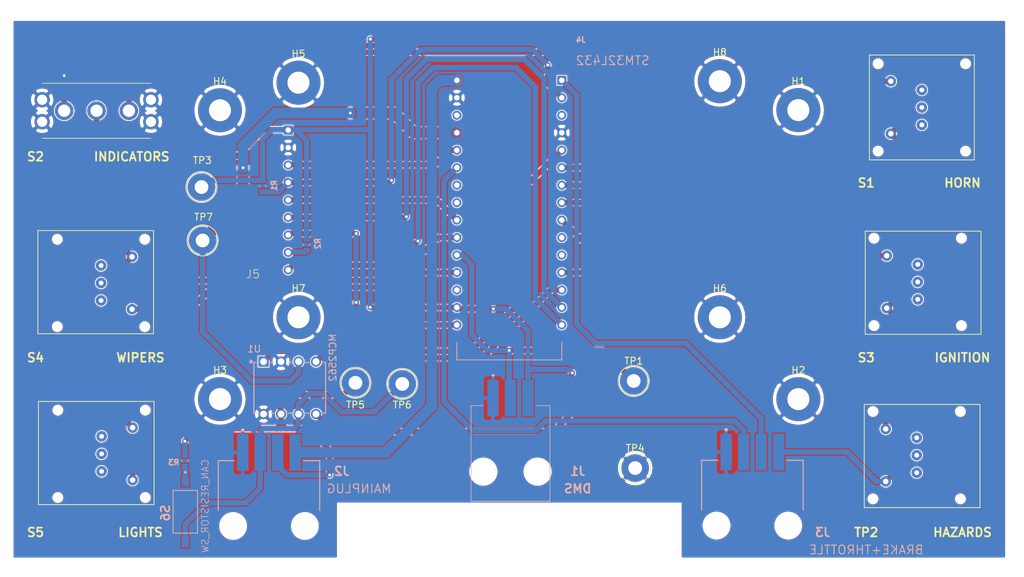
<source format=kicad_pcb>
(kicad_pcb (version 20171130) (host pcbnew "(5.1.9-0-10_14)")
  (layers (0 Top signal) (31 Bottom signal) (34 B.Paste user) (35 F.Paste user) (36 B.SilkS user) (37 F.SilkS user) (38 B.Mask user) (39 F.Mask user) (44 Edge.Cuts user))
  (net 0 "")
  (net 1 GND)
  (net 2 +3V3)
  (net 3 +12V)
  (net 4 CAN_H)
  (net 5 CAN_L)
  (net 6 RXD)
  (net 7 TXD)
  (net 8 DMS)
  (net 9 HAZARDS)
  (net 10 HORN)
  (net 11 IGNITION)
  (net 12 IND_RIGHT)
  (net 13 IND_LEFT)
  (net 14 LCD_MISO)
  (net 15 LCD_LED)
  (net 16 LCD_SCK)
  (net 17 LCD_MOSI)
  (net 18 LCD_RST)
  (net 19 LCD_CS)
  (net 20 LIGHTS)
  (net 21 WIPRERS)
  (net 22 +5V)
  (net 23 LCD_DC)
  (net 24 "Net-(J3-Pad3)")
  (net 25 "Net-(J3-Pad2)")
  (net 26 "Net-(J4-Pad28)")
  (net 27 "Net-(J4-Pad24)")
  (net 28 "Net-(J4-Pad23)")
  (net 29 "Net-(J4-Pad18)")
  (net 30 "Net-(J4-Pad11)")
  (net 31 "Net-(J4-Pad10)")
  (net 32 "Net-(J4-Pad3)")
  (net 33 "Net-(S1-PadL1)")
  (net 34 "Net-(S1-PadLC)")
  (net 35 "Net-(S1-PadL2)")
  (net 36 "Net-(S3-PadL1)")
  (net 37 "Net-(S3-PadLC)")
  (net 38 "Net-(S3-PadL2)")
  (net 39 "Net-(S4-PadL1)")
  (net 40 "Net-(S4-PadLC)")
  (net 41 "Net-(S4-PadL2)")
  (net 42 "Net-(S5-PadL1)")
  (net 43 "Net-(S5-PadLC)")
  (net 44 "Net-(S5-PadL2)")
  (net 45 "Net-(TP2-PadL1)")
  (net 46 "Net-(TP2-PadLC)")
  (net 47 "Net-(TP2-PadL2)")
  (net 48 "Net-(R3-Pad2)")
  (module schematic:STM32L432 (layer Bottom) (at 153.90114 70.17512 180)
    (fp_text reference J4 (at -11.19886 11.75512) (layer B.SilkS) (effects (font (size 0.8 0.8) (thickness 0.2)) (justify left bottom mirror)))
    (fp_text value STM32L432 (at -15.00886 9.21512) (layer B.SilkS) (effects (font (size 1.27 1.27)) (justify mirror)))
    (fp_line (start -7.62 -31.75) (end -7.62 -34.29) (layer B.SilkS) (width 0.12))
    (fp_line (start -7.62 -34.29) (end 7.62 -34.29) (layer B.SilkS) (width 0.12))
    (fp_line (start 7.62 -34.29) (end 7.62 -31.75) (layer B.SilkS) (width 0.12))
    (pad 30 thru_hole circle (at 7.62 6.35 180) (size 1.308 1.308) (drill 0.8) (layers *.Cu *.Mask) (net 3 +12V))
    (pad 29 thru_hole circle (at 7.62 3.81 180) (size 1.308 1.308) (drill 0.8) (layers *.Cu *.Mask) (net 1 GND))
    (pad 28 thru_hole circle (at 7.62 1.27 180) (size 1.308 1.308) (drill 0.8) (layers *.Cu *.Mask) (net 26 "Net-(J4-Pad28)"))
    (pad 27 thru_hole circle (at 7.62 -1.27 180) (size 1.308 1.308) (drill 0.8) (layers *.Cu *.Mask) (net 22 +5V))
    (pad 26 thru_hole circle (at 7.62 -3.81 180) (size 1.308 1.308) (drill 0.8) (layers *.Cu *.Mask) (net 19 LCD_CS))
    (pad 25 thru_hole circle (at 7.62 -6.35 180) (size 1.308 1.308) (drill 0.8) (layers *.Cu *.Mask) (net 25 "Net-(J3-Pad2)"))
    (pad 24 thru_hole circle (at 7.62 -8.89 180) (size 1.308 1.308) (drill 0.8) (layers *.Cu *.Mask) (net 27 "Net-(J4-Pad24)"))
    (pad 23 thru_hole circle (at 7.62 -11.43 180) (size 1.308 1.308) (drill 0.8) (layers *.Cu *.Mask) (net 28 "Net-(J4-Pad23)"))
    (pad 22 thru_hole circle (at 7.62 -13.97 180) (size 1.308 1.308) (drill 0.8) (layers *.Cu *.Mask) (net 23 LCD_DC))
    (pad 21 thru_hole circle (at 7.62 -16.51 180) (size 1.308 1.308) (drill 0.8) (layers *.Cu *.Mask) (net 21 WIPRERS))
    (pad 20 thru_hole circle (at 7.62 -19.05 180) (size 1.308 1.308) (drill 0.8) (layers *.Cu *.Mask) (net 8 DMS))
    (pad 19 thru_hole circle (at 7.62 -21.59 180) (size 1.308 1.308) (drill 0.8) (layers *.Cu *.Mask) (net 20 LIGHTS))
    (pad 18 thru_hole circle (at 7.62 -24.13 180) (size 1.308 1.308) (drill 0.8) (layers *.Cu *.Mask) (net 29 "Net-(J4-Pad18)"))
    (pad 17 thru_hole circle (at 7.62 -26.67 180) (size 1.308 1.308) (drill 0.8) (layers *.Cu *.Mask) (net 2 +3V3))
    (pad 16 thru_hole circle (at 7.62 -29.21 180) (size 1.308 1.308) (drill 0.8) (layers *.Cu *.Mask) (net 16 LCD_SCK))
    (pad 15 thru_hole circle (at -7.62 -29.21 180) (size 1.308 1.308) (drill 0.8) (layers *.Cu *.Mask) (net 14 LCD_MISO))
    (pad 14 thru_hole circle (at -7.62 -26.67 180) (size 1.308 1.308) (drill 0.8) (layers *.Cu *.Mask) (net 17 LCD_MOSI))
    (pad 13 thru_hole circle (at -7.62 -24.13 180) (size 1.308 1.308) (drill 0.8) (layers *.Cu *.Mask) (net 6 RXD))
    (pad 12 thru_hole circle (at -7.62 -21.59 180) (size 1.308 1.308) (drill 0.8) (layers *.Cu *.Mask) (net 9 HAZARDS))
    (pad 11 thru_hole circle (at -7.62 -19.05 180) (size 1.308 1.308) (drill 0.8) (layers *.Cu *.Mask) (net 30 "Net-(J4-Pad11)"))
    (pad 10 thru_hole circle (at -7.62 -16.51 180) (size 1.308 1.308) (drill 0.8) (layers *.Cu *.Mask) (net 31 "Net-(J4-Pad10)"))
    (pad 9 thru_hole circle (at -7.62 -13.97 180) (size 1.308 1.308) (drill 0.8) (layers *.Cu *.Mask) (net 11 IGNITION))
    (pad 8 thru_hole circle (at -7.62 -11.43 180) (size 1.308 1.308) (drill 0.8) (layers *.Cu *.Mask) (net 10 HORN))
    (pad 7 thru_hole circle (at -7.62 -8.89 180) (size 1.308 1.308) (drill 0.8) (layers *.Cu *.Mask) (net 13 IND_LEFT))
    (pad 6 thru_hole circle (at -7.62 -6.35 180) (size 1.308 1.308) (drill 0.8) (layers *.Cu *.Mask) (net 12 IND_RIGHT))
    (pad 5 thru_hole circle (at -7.62 -3.81 180) (size 1.308 1.308) (drill 0.8) (layers *.Cu *.Mask) (net 7 TXD))
    (pad 4 thru_hole circle (at -7.62 -1.27 180) (size 1.308 1.308) (drill 0.8) (layers *.Cu *.Mask) (net 1 GND))
    (pad 3 thru_hole circle (at -7.62 1.27 180) (size 1.308 1.308) (drill 0.8) (layers *.Cu *.Mask) (net 32 "Net-(J4-Pad3)"))
    (pad 2 thru_hole circle (at -7.62 3.81 180) (size 1.308 1.308) (drill 0.8) (layers *.Cu *.Mask) (net 18 LCD_RST))
    (pad 1 thru_hole rect (at -7.62 6.35 180) (size 1.308 1.308) (drill 0.8) (layers *.Cu *.Mask) (net 24 "Net-(J3-Pad3)"))
  )
  (module eec:Molex-15-91-2045-0-0-0 (layer Bottom) (at 189.201 126.048 180)
    (fp_text reference J3 (at -11.459 -3.492) (layer B.SilkS) (effects (font (size 1.27 1.27) (thickness 0.254)) (justify left mirror)))
    (fp_text value BRAKE+THROTTLE (at -16.539 -6.032) (layer B.SilkS) (effects (font (size 1.27 1.27)) (justify mirror)))
    (fp_circle (center 3.805 11.44) (end 3.93 11.44) (layer B.SilkS) (width 0.25))
    (fp_line (start -7.37 -0.245) (end -7.37 6.99) (layer B.SilkS) (width 0.15))
    (fp_line (start 7.37 -0.245) (end 7.37 6.99) (layer B.SilkS) (width 0.15))
    (fp_line (start 5.01 6.99) (end 7.37 6.99) (layer B.SilkS) (width 0.15))
    (fp_line (start -7.37 6.99) (end -5.01 6.99) (layer B.SilkS) (width 0.15))
    (pad ~ np_thru_hole circle (at -5.21 -2.5 180) (size 3.76 3.76) (drill 3.76) (layers *.Cu *.Mask))
    (pad ~ np_thru_hole circle (at 5.21 -2.5 180) (size 3.76 3.76) (drill 3.76) (layers *.Cu *.Mask))
    (pad 4 smd rect (at -3.81 8.19 180) (size 1.65 5.33) (layers Bottom B.Paste B.Mask) (net 2 +3V3))
    (pad 3 smd rect (at -1.27 8.19 180) (size 1.65 5.33) (layers Bottom B.Paste B.Mask) (net 24 "Net-(J3-Pad3)"))
    (pad 2 smd rect (at 1.27 8.19 180) (size 1.65 5.33) (layers Bottom B.Paste B.Mask) (net 25 "Net-(J3-Pad2)"))
    (pad 1 smd rect (at 3.81 8.19 180) (size 1.65 5.33) (layers Bottom B.Paste B.Mask) (net 1 GND))
  )
  (module eec:Molex-15-91-2045-0-0-0 (layer Bottom) (at 118.995 126.106 180)
    (fp_text reference J2 (at -11.815 5.456) (layer B.SilkS) (effects (font (size 1.27 1.27) (thickness 0.254)) (justify left mirror)))
    (fp_text value MAINPLUG (at -13.085 2.916) (layer B.SilkS) (effects (font (size 1.27 1.27)) (justify mirror)))
    (fp_circle (center 3.805 11.44) (end 3.93 11.44) (layer B.SilkS) (width 0.25))
    (fp_line (start -7.37 -0.245) (end -7.37 6.99) (layer B.SilkS) (width 0.15))
    (fp_line (start 7.37 -0.245) (end 7.37 6.99) (layer B.SilkS) (width 0.15))
    (fp_line (start 5.01 6.99) (end 7.37 6.99) (layer B.SilkS) (width 0.15))
    (fp_line (start -7.37 6.99) (end -5.01 6.99) (layer B.SilkS) (width 0.15))
    (pad ~ np_thru_hole circle (at -5.21 -2.5 180) (size 3.76 3.76) (drill 3.76) (layers *.Cu *.Mask))
    (pad ~ np_thru_hole circle (at 5.21 -2.5 180) (size 3.76 3.76) (drill 3.76) (layers *.Cu *.Mask))
    (pad 4 smd rect (at -3.81 8.19 180) (size 1.65 5.33) (layers Bottom B.Paste B.Mask) (net 3 +12V))
    (pad 3 smd rect (at -1.27 8.19 180) (size 1.65 5.33) (layers Bottom B.Paste B.Mask) (net 4 CAN_H))
    (pad 2 smd rect (at 1.27 8.19 180) (size 1.65 5.33) (layers Bottom B.Paste B.Mask) (net 5 CAN_L))
    (pad 1 smd rect (at 3.81 8.19 180) (size 1.65 5.33) (layers Bottom B.Paste B.Mask) (net 1 GND))
  )
  (module 15-91-2035:15912035 (layer Bottom) (at 154.06624 120.71096 180)
    (fp_text reference J1 (at -9.76376 0.06096) (layer B.SilkS) (effects (font (size 1.27 1.27) (thickness 0.254)) (justify mirror)))
    (fp_text value DMS (at -9.76376 -2.47904 180) (layer B.SilkS) (effects (font (size 1.27 1.27) (thickness 0.254)) (justify mirror)))
    (fp_arc (start 2.5 13.995) (end 2.4 13.995) (angle 180) (layer B.SilkS) (width 0.2))
    (fp_arc (start 2.5 13.995) (end 2.6 13.995) (angle 180) (layer B.SilkS) (width 0.2))
    (fp_line (start 3.94 9.6) (end 5.725 9.6) (layer B.SilkS) (width 0.1))
    (fp_line (start 5.725 9.6) (end 5.725 -4.3) (layer B.SilkS) (width 0.1))
    (fp_line (start 5.725 -4.3) (end -5.725 -4.3) (layer B.SilkS) (width 0.1))
    (fp_line (start -5.725 -4.3) (end -5.725 9.6) (layer B.SilkS) (width 0.1))
    (fp_line (start -5.725 9.6) (end -3.86 9.6) (layer B.SilkS) (width 0.1))
    (fp_line (start 2.6 13.995) (end 2.6 13.995) (layer B.SilkS) (width 0.2))
    (fp_line (start 2.4 13.995) (end 2.4 13.995) (layer B.SilkS) (width 0.2))
    (pad MH2 np_thru_hole circle (at -3.94 0 180) (size 3.81 0) (drill 3.81) (layers *.Cu *.Mask))
    (pad MH1 np_thru_hole circle (at 3.94 0 180) (size 3.81 0) (drill 3.81) (layers *.Cu *.Mask))
    (pad 3 smd rect (at -2.54 10.69 180) (size 1.65 5.33) (layers Bottom B.Paste B.Mask) (net 2 +3V3))
    (pad 2 smd rect (at 0 10.69 180) (size 1.65 5.33) (layers Bottom B.Paste B.Mask) (net 8 DMS))
    (pad 1 smd rect (at 2.54 10.69 180) (size 1.65 5.33) (layers Bottom B.Paste B.Mask) (net 1 GND))
  )
  (module LP11EE1NCSYG:LP11OA1TCSYY (layer Top) (at 213.80958 62.69228)
    (fp_text reference S1 (at -8.06958 16.04772) (layer F.SilkS) (effects (font (size 1.27 1.27) (thickness 0.254))))
    (fp_text value HORN (at 5.90042 16.04772) (layer F.SilkS) (effects (font (size 1.27 1.27) (thickness 0.254))))
    (fp_line (start -7.62 -2.54) (end -7.62 12.7) (layer F.SilkS) (width 0.12))
    (fp_line (start -7.62 12.7) (end 7.62 12.7) (layer F.SilkS) (width 0.12))
    (fp_line (start 7.62 12.7) (end 7.62 -2.54) (layer F.SilkS) (width 0.12))
    (fp_line (start 7.62 -2.54) (end -7.62 -2.54) (layer F.SilkS) (width 0.12))
    (pad "" np_thru_hole circle (at 6.35 -1.27) (size 1.3 1.3) (drill 1.3) (layers *.Cu *.Mask))
    (pad "" np_thru_hole circle (at -6.35 -1.27) (size 1.3 1.3) (drill 1.3) (layers *.Cu *.Mask))
    (pad "" np_thru_hole circle (at -6.35 11.43) (size 1.3 1.3) (drill 1.3) (layers *.Cu *.Mask))
    (pad "" np_thru_hole circle (at 6.35 11.43) (size 1.3 1.3) (drill 1.3) (layers *.Cu *.Mask))
    (pad L1 thru_hole circle (at 0 7.62) (size 1.524 1.524) (drill 0.7) (layers *.Cu *.Mask) (net 33 "Net-(S1-PadL1)"))
    (pad LC thru_hole circle (at 0 5.08) (size 1.524 1.524) (drill 0.7) (layers *.Cu *.Mask) (net 34 "Net-(S1-PadLC)"))
    (pad L2 thru_hole circle (at 0 2.54) (size 1.524 1.524) (drill 0.7) (layers *.Cu *.Mask) (net 35 "Net-(S1-PadL2)"))
    (pad 2 thru_hole circle (at -4.5 1.27) (size 1.524 1.524) (drill 0.8) (layers *.Cu *.Mask) (net 10 HORN))
    (pad 1 thru_hole circle (at -4.5 8.89) (size 1.524 1.524) (drill 0.8) (layers *.Cu *.Mask) (net 2 +3V3))
  )
  (module LP11EE1NCSYG:LP11EE1NCSYG (layer Top) (at 213.06536 113.24082)
    (fp_text reference TP2 (at -7.32536 16.29918) (layer F.SilkS) (effects (font (size 1.27 1.27) (thickness 0.254))))
    (fp_text value HAZARDS (at 6.64464 16.29918) (layer F.SilkS) (effects (font (size 1.27 1.27) (thickness 0.254))))
    (fp_line (start -7.62 -2.3) (end -7.62 12.7) (layer F.SilkS) (width 0.12))
    (fp_line (start -7.62 12.7) (end 9.18 12.7) (layer F.SilkS) (width 0.12))
    (fp_line (start 9.18 12.7) (end 9.18 -2.3) (layer F.SilkS) (width 0.12))
    (fp_line (start 9.18 -2.3) (end -7.62 -2.3) (layer F.SilkS) (width 0.12))
    (pad "" np_thru_hole circle (at 6.35 -1.27) (size 1.3 1.3) (drill 1.3) (layers *.Cu *.Mask))
    (pad "" np_thru_hole circle (at -6.35 -1.27) (size 1.3 1.3) (drill 1.3) (layers *.Cu *.Mask))
    (pad "" np_thru_hole circle (at -6.35 11.43) (size 1.3 1.3) (drill 1.3) (layers *.Cu *.Mask))
    (pad "" np_thru_hole circle (at 6.35 11.43) (size 1.3 1.3) (drill 1.3) (layers *.Cu *.Mask))
    (pad L1 thru_hole circle (at 0 7.62) (size 1.524 1.524) (drill 0.7) (layers *.Cu *.Mask) (net 45 "Net-(TP2-PadL1)"))
    (pad LC thru_hole circle (at 0 5.08) (size 1.524 1.524) (drill 0.7) (layers *.Cu *.Mask) (net 46 "Net-(TP2-PadLC)"))
    (pad L2 thru_hole circle (at 0 2.54) (size 1.524 1.524) (drill 0.7) (layers *.Cu *.Mask) (net 47 "Net-(TP2-PadL2)"))
    (pad 2 thru_hole circle (at -4.5 1.27) (size 1.524 1.524) (drill 0.8) (layers *.Cu *.Mask) (net 9 HAZARDS))
    (pad 1 thru_hole circle (at -4.5 8.89) (size 1.524 1.524) (drill 0.8) (layers *.Cu *.Mask) (net 2 +3V3))
  )
  (module LP11EE1NCSYG:LP11EE1NCSYG (layer Top) (at 94.68612 123.2027 180)
    (fp_text reference S5 (at 9.59612 -6.3373) (layer F.SilkS) (effects (font (size 1.27 1.27) (thickness 0.254))))
    (fp_text value LIGHTS (at -5.64388 -6.3373) (layer F.SilkS) (effects (font (size 1.27 1.27) (thickness 0.254))))
    (fp_line (start -7.62 -2.3) (end -7.62 12.7) (layer F.SilkS) (width 0.12))
    (fp_line (start -7.62 12.7) (end 9.18 12.7) (layer F.SilkS) (width 0.12))
    (fp_line (start 9.18 12.7) (end 9.18 -2.3) (layer F.SilkS) (width 0.12))
    (fp_line (start 9.18 -2.3) (end -7.62 -2.3) (layer F.SilkS) (width 0.12))
    (pad "" np_thru_hole circle (at 6.35 -1.27 180) (size 1.3 1.3) (drill 1.3) (layers *.Cu *.Mask))
    (pad "" np_thru_hole circle (at -6.35 -1.27 180) (size 1.3 1.3) (drill 1.3) (layers *.Cu *.Mask))
    (pad "" np_thru_hole circle (at -6.35 11.43 180) (size 1.3 1.3) (drill 1.3) (layers *.Cu *.Mask))
    (pad "" np_thru_hole circle (at 6.35 11.43 180) (size 1.3 1.3) (drill 1.3) (layers *.Cu *.Mask))
    (pad L1 thru_hole circle (at 0 7.62 180) (size 1.524 1.524) (drill 0.7) (layers *.Cu *.Mask) (net 42 "Net-(S5-PadL1)"))
    (pad LC thru_hole circle (at 0 5.08 180) (size 1.524 1.524) (drill 0.7) (layers *.Cu *.Mask) (net 43 "Net-(S5-PadLC)"))
    (pad L2 thru_hole circle (at 0 2.54 180) (size 1.524 1.524) (drill 0.7) (layers *.Cu *.Mask) (net 44 "Net-(S5-PadL2)"))
    (pad 2 thru_hole circle (at -4.5 1.27 180) (size 1.524 1.524) (drill 0.8) (layers *.Cu *.Mask) (net 20 LIGHTS))
    (pad 1 thru_hole circle (at -4.5 8.89 180) (size 1.524 1.524) (drill 0.8) (layers *.Cu *.Mask) (net 2 +3V3))
  )
  (module LP11EE1NCSYG:LP11EE1NCSYG (layer Top) (at 94.60992 98.36658 180)
    (fp_text reference S4 (at 9.51992 -5.77342) (layer F.SilkS) (effects (font (size 1.27 1.27) (thickness 0.254))))
    (fp_text value WIPERS (at -5.72008 -5.77342) (layer F.SilkS) (effects (font (size 1.27 1.27) (thickness 0.254))))
    (fp_line (start -7.62 -2.3) (end -7.62 12.7) (layer F.SilkS) (width 0.12))
    (fp_line (start -7.62 12.7) (end 9.18 12.7) (layer F.SilkS) (width 0.12))
    (fp_line (start 9.18 12.7) (end 9.18 -2.3) (layer F.SilkS) (width 0.12))
    (fp_line (start 9.18 -2.3) (end -7.62 -2.3) (layer F.SilkS) (width 0.12))
    (pad "" np_thru_hole circle (at 6.35 -1.27 180) (size 1.3 1.3) (drill 1.3) (layers *.Cu *.Mask))
    (pad "" np_thru_hole circle (at -6.35 -1.27 180) (size 1.3 1.3) (drill 1.3) (layers *.Cu *.Mask))
    (pad "" np_thru_hole circle (at -6.35 11.43 180) (size 1.3 1.3) (drill 1.3) (layers *.Cu *.Mask))
    (pad "" np_thru_hole circle (at 6.35 11.43 180) (size 1.3 1.3) (drill 1.3) (layers *.Cu *.Mask))
    (pad L1 thru_hole circle (at 0 7.62 180) (size 1.524 1.524) (drill 0.7) (layers *.Cu *.Mask) (net 39 "Net-(S4-PadL1)"))
    (pad LC thru_hole circle (at 0 5.08 180) (size 1.524 1.524) (drill 0.7) (layers *.Cu *.Mask) (net 40 "Net-(S4-PadLC)"))
    (pad L2 thru_hole circle (at 0 2.54 180) (size 1.524 1.524) (drill 0.7) (layers *.Cu *.Mask) (net 41 "Net-(S4-PadL2)"))
    (pad 2 thru_hole circle (at -4.5 1.27 180) (size 1.524 1.524) (drill 0.8) (layers *.Cu *.Mask) (net 21 WIPRERS))
    (pad 1 thru_hole circle (at -4.5 8.89 180) (size 1.524 1.524) (drill 0.8) (layers *.Cu *.Mask) (net 2 +3V3))
  )
  (module LP11EE1NCSYG:LP11EE1NCSYG (layer Top) (at 213.21522 88.05164)
    (fp_text reference S3 (at -7.47522 16.08836) (layer F.SilkS) (effects (font (size 1.27 1.27) (thickness 0.254))))
    (fp_text value IGNITION (at 6.49478 16.08836) (layer F.SilkS) (effects (font (size 1.27 1.27) (thickness 0.254))))
    (fp_line (start -7.62 -2.3) (end -7.62 12.7) (layer F.SilkS) (width 0.12))
    (fp_line (start -7.62 12.7) (end 9.18 12.7) (layer F.SilkS) (width 0.12))
    (fp_line (start 9.18 12.7) (end 9.18 -2.3) (layer F.SilkS) (width 0.12))
    (fp_line (start 9.18 -2.3) (end -7.62 -2.3) (layer F.SilkS) (width 0.12))
    (pad "" np_thru_hole circle (at 6.35 -1.27) (size 1.3 1.3) (drill 1.3) (layers *.Cu *.Mask))
    (pad "" np_thru_hole circle (at -6.35 -1.27) (size 1.3 1.3) (drill 1.3) (layers *.Cu *.Mask))
    (pad "" np_thru_hole circle (at -6.35 11.43) (size 1.3 1.3) (drill 1.3) (layers *.Cu *.Mask))
    (pad "" np_thru_hole circle (at 6.35 11.43) (size 1.3 1.3) (drill 1.3) (layers *.Cu *.Mask))
    (pad L1 thru_hole circle (at 0 7.62) (size 1.524 1.524) (drill 0.7) (layers *.Cu *.Mask) (net 36 "Net-(S3-PadL1)"))
    (pad LC thru_hole circle (at 0 5.08) (size 1.524 1.524) (drill 0.7) (layers *.Cu *.Mask) (net 37 "Net-(S3-PadLC)"))
    (pad L2 thru_hole circle (at 0 2.54) (size 1.524 1.524) (drill 0.7) (layers *.Cu *.Mask) (net 38 "Net-(S3-PadL2)"))
    (pad 2 thru_hole circle (at -4.5 1.27) (size 1.524 1.524) (drill 0.8) (layers *.Cu *.Mask) (net 11 IGNITION))
    (pad 1 thru_hole circle (at -4.5 8.89) (size 1.524 1.524) (drill 0.8) (layers *.Cu *.Mask) (net 2 +3V3))
  )
  (module TestPoint:TestPoint_THTPad_D4.0mm_Drill2.0mm (layer Top) (at 109.19206 79.34452)
    (fp_text reference TP3 (at 0.11994 -3.88052) (layer F.SilkS))
    (fp_text value 3V3)
    (fp_circle (center 0 0) (end 0 2.25) (layer F.SilkS) (width 0.12))
    (pad 1 thru_hole circle (at 0 0) (size 4 4) (drill 2) (layers *.Cu *.Mask) (net 2 +3V3))
  )
  (module TestPoint:TestPoint_THTPad_D4.0mm_Drill2.0mm (layer Top) (at 109.35716 87.10168)
    (fp_text reference TP7 (at 0.13284 -3.40368) (layer F.SilkS))
    (fp_text value +5V)
    (fp_circle (center 0 0) (end 0 2.25) (layer F.SilkS) (width 0.12))
    (pad 1 thru_hole circle (at 0 0) (size 4 4) (drill 2) (layers *.Cu *.Mask) (net 22 +5V))
  )
  (module TestPoint:TestPoint_THTPad_D4.0mm_Drill2.0mm (layer Top) (at 131.55676 107.79252)
    (fp_text reference TP5 (at 0 3.20748) (layer F.SilkS))
    (fp_text value CAN_H)
    (fp_circle (center 0 0) (end 0 2.25) (layer F.SilkS) (width 0.12))
    (pad 1 thru_hole circle (at 0 0) (size 4 4) (drill 2) (layers *.Cu *.Mask) (net 4 CAN_H))
  )
  (module TestPoint:TestPoint_THTPad_D4.0mm_Drill2.0mm (layer Top) (at 138.35126 107.95508)
    (fp_text reference TP6 (at 0 3.04492) (layer F.SilkS))
    (fp_text value CAN_L)
    (fp_circle (center 0 0) (end 0 2.25) (layer F.SilkS) (width 0.12))
    (pad 1 thru_hole circle (at 0 0) (size 4 4) (drill 2) (layers *.Cu *.Mask) (net 5 CAN_L))
  )
  (module TestPoint:TestPoint_THTPad_D4.0mm_Drill2.0mm (layer Top) (at 172.17898 120.1928)
    (fp_text reference TP4 (at 0 -2.898) (layer F.SilkS))
    (fp_text value GND)
    (fp_circle (center 0 0) (end 0 2.25) (layer F.SilkS) (width 0.12))
    (pad 1 thru_hole circle (at 0 0) (size 4 4) (drill 2) (layers *.Cu *.Mask) (net 1 GND))
  )
  (module schematic:2.2TFT (layer Top) (at 124.32538 81.22412)
    (fp_text reference J5 (at -8.75538 11.48588) (layer F.SilkS) (effects (font (size 1.2065 1.2065) (thickness 0.09652)) (justify left bottom)))
    (fp_text value 2.2TFT hide)
    (pad 9 thru_hole circle (at -2.54 10.16) (size 1.308 1.308) (drill 0.8) (layers *.Cu *.Mask) (net 14 LCD_MISO))
    (pad 8 thru_hole circle (at -2.54 7.62) (size 1.308 1.308) (drill 0.8) (layers *.Cu *.Mask) (net 15 LCD_LED))
    (pad 7 thru_hole circle (at -2.54 5.08) (size 1.308 1.308) (drill 0.8) (layers *.Cu *.Mask) (net 16 LCD_SCK))
    (pad 6 thru_hole circle (at -2.54 2.54) (size 1.308 1.308) (drill 0.8) (layers *.Cu *.Mask) (net 17 LCD_MOSI))
    (pad 5 thru_hole circle (at -2.54 0) (size 1.308 1.308) (drill 0.8) (layers *.Cu *.Mask) (net 23 LCD_DC))
    (pad 4 thru_hole circle (at -2.54 -2.54) (size 1.308 1.308) (drill 0.8) (layers *.Cu *.Mask) (net 18 LCD_RST))
    (pad 3 thru_hole circle (at -2.54 -5.08) (size 1.308 1.308) (drill 0.8) (layers *.Cu *.Mask) (net 19 LCD_CS))
    (pad 2 thru_hole circle (at -2.54 -7.62) (size 1.308 1.308) (drill 0.8) (layers *.Cu *.Mask) (net 1 GND))
    (pad 1 thru_hole rect (at -2.54 -10.16) (size 1.308 1.308) (drill 0.8) (layers *.Cu *.Mask) (net 2 +3V3))
  )
  (module footprints:MCP2562FD-H&slash_P (layer Bottom) (at 118.207 104.716 270)
    (fp_text reference U1 (at -1.846 1.367 180) (layer B.SilkS) (effects (justify mirror)))
    (fp_text value MCP2562 (at -0.576 -10.063 90) (layer B.SilkS) (effects (justify mirror)))
    (fp_text user * (at 0 1.5113 90) (layer B.SilkS) (effects (justify mirror)))
    (fp_text user * (at 0 1.5113 90) (layer B.SilkS) (effects (justify mirror)))
    (fp_line (start 7.493 1.074561) (end 7.493 1.397) (layer B.SilkS) (width 0.1524))
    (fp_line (start 7.493 -1.465439) (end 7.493 -1.074561) (layer B.SilkS) (width 0.1524))
    (fp_line (start 7.493 -4.005439) (end 7.493 -3.614561) (layer B.SilkS) (width 0.1524))
    (fp_line (start 7.493 -6.545439) (end 7.493 -6.154561) (layer B.SilkS) (width 0.1524))
    (fp_line (start 0.127 -8.694561) (end 0.127 -9.017) (layer B.SilkS) (width 0.1524))
    (fp_line (start 0.127 -6.154561) (end 0.127 -6.545439) (layer B.SilkS) (width 0.1524))
    (fp_line (start 0.127 -3.614561) (end 0.127 -4.005439) (layer B.SilkS) (width 0.1524))
    (fp_line (start 0.127 -1.08204) (end 0.127 -1.465439) (layer B.SilkS) (width 0.1524))
    (fp_line (start 0.127 1.397) (end 0.127 1.08204) (layer B.SilkS) (width 0.1524))
    (fp_line (start 7.493 1.397) (end 0.127 1.397) (layer B.SilkS) (width 0.1524))
    (fp_line (start 7.493 -9.017) (end 7.493 -8.694561) (layer B.SilkS) (width 0.1524))
    (fp_line (start 0.127 -9.017) (end 7.493 -9.017) (layer B.SilkS) (width 0.1524))
    (pad 8 thru_hole circle (at 7.62 0 270) (size 1.4986 1.4986) (drill 0.9906) (layers *.Cu *.Mask) (net 1 GND))
    (pad 7 thru_hole circle (at 7.62 -2.54 270) (size 1.4986 1.4986) (drill 0.9906) (layers *.Cu *.Mask) (net 4 CAN_H))
    (pad 6 thru_hole circle (at 7.62 -5.08 270) (size 1.4986 1.4986) (drill 0.9906) (layers *.Cu *.Mask) (net 5 CAN_L))
    (pad 5 thru_hole circle (at 7.62 -7.62 270) (size 1.4986 1.4986) (drill 0.9906) (layers *.Cu *.Mask) (net 2 +3V3))
    (pad 4 thru_hole circle (at 0 -7.62 270) (size 1.4986 1.4986) (drill 0.9906) (layers *.Cu *.Mask) (net 6 RXD))
    (pad 3 thru_hole circle (at 0 -5.08 270) (size 1.4986 1.4986) (drill 0.9906) (layers *.Cu *.Mask) (net 22 +5V))
    (pad 2 thru_hole circle (at 0 -2.54 270) (size 1.4986 1.4986) (drill 0.9906) (layers *.Cu *.Mask) (net 1 GND))
    (pad 1 thru_hole rect (at 0 0 270) (size 1.4986 1.4986) (drill 0.9906) (layers *.Cu *.Mask) (net 7 TXD))
  )
  (module MountingHole:MountingHole_3.2mm_M3_Pad (layer Top) (at 195.87464 68.15074)
    (fp_text reference H1 (at 0 -4.2) (layer F.SilkS))
    (fp_text value MountingHole_Pad)
    (pad 1 thru_hole circle (at 0 0) (size 6.4 6.4) (drill 3.2) (layers *.Cu *.Mask) (net 1 GND))
  )
  (module MountingHole:MountingHole_3.2mm_M3_Pad (layer Top) (at 195.87718 110.16996)
    (fp_text reference H2 (at 0 -4.2) (layer F.SilkS))
    (fp_text value MountingHole_Pad)
    (pad 1 thru_hole circle (at 0 0) (size 6.4 6.4) (drill 3.2) (layers *.Cu *.Mask) (net 1 GND))
  )
  (module MountingHole:MountingHole_3.2mm_M3_Pad (layer Top) (at 111.87938 110.16234)
    (fp_text reference H3 (at 0 -4.2) (layer F.SilkS))
    (fp_text value MountingHole_Pad)
    (pad 1 thru_hole circle (at 0 0) (size 6.4 6.4) (drill 3.2) (layers *.Cu *.Mask) (net 1 GND))
  )
  (module MountingHole:MountingHole_3.2mm_M3_Pad (layer Top) (at 111.87938 68.17868)
    (fp_text reference H4 (at 0 -4.2) (layer F.SilkS))
    (fp_text value MountingHole_Pad)
    (pad 1 thru_hole circle (at 0 0) (size 6.4 6.4) (drill 3.2) (layers *.Cu *.Mask) (net 1 GND))
  )
  (module MountingHole:MountingHole_3.2mm_M3_Pad (layer Top) (at 123.2789 64.17056)
    (fp_text reference H5 (at 0 -4.2) (layer F.SilkS))
    (fp_text value MountingHole_Pad)
    (pad 1 thru_hole circle (at 0 0) (size 6.4 6.4) (drill 3.2) (layers *.Cu *.Mask) (net 1 GND))
  )
  (module MountingHole:MountingHole_3.2mm_M3_Pad (layer Top) (at 184.47004 98.2726)
    (fp_text reference H6 (at 0 -4.2) (layer F.SilkS))
    (fp_text value MountingHole_Pad)
    (pad 1 thru_hole circle (at 0 0) (size 6.4 6.4) (drill 3.2) (layers *.Cu *.Mask) (net 1 GND))
  )
  (module MountingHole:MountingHole_3.2mm_M3_Pad (layer Top) (at 123.28652 98.2726)
    (fp_text reference H7 (at 0 -4.2) (layer F.SilkS))
    (fp_text value MountingHole_Pad)
    (pad 1 thru_hole circle (at 0 0) (size 6.4 6.4) (drill 3.2) (layers *.Cu *.Mask) (net 1 GND))
  )
  (module MountingHole:MountingHole_3.2mm_M3_Pad (layer Top) (at 184.47004 63.94958)
    (fp_text reference H8 (at 0 -4.2) (layer F.SilkS))
    (fp_text value MountingHole_Pad)
    (pad 1 thru_hole circle (at 0 0) (size 6.4 6.4) (drill 3.2) (layers *.Cu *.Mask) (net 1 GND))
  )
  (module TestPoint:TestPoint_THTPad_D4.0mm_Drill2.0mm (layer Top) (at 171.964 107.524)
    (fp_text reference TP1 (at 0 -2.898) (layer F.SilkS))
    (fp_text value DMS2)
    (fp_circle (center 0 0) (end 0 2.25) (layer F.SilkS) (width 0.12))
    (pad 1 thru_hole circle (at 0 0) (size 4 4) (drill 2) (layers *.Cu *.Mask) (net 8 DMS))
  )
  (module M2013TXG13DA:M2013TXG13DA (layer Top) (at 89.25306 68.2498 270)
    (fp_text reference S2 (at 6.6802 4.16306 180) (layer F.SilkS) (effects (font (size 1.27 1.27) (thickness 0.254))))
    (fp_text value INDICATORS (at 6.6802 -9.80694 180) (layer F.SilkS) (effects (font (size 1.27 1.27) (thickness 0.254))))
    (fp_arc (start -5.1 0) (end -5.2 0) (angle -180) (layer F.SilkS) (width 0.2))
    (fp_arc (start -5.1 0) (end -5 0) (angle -180) (layer F.SilkS) (width 0.2))
    (fp_line (start -4 -12.6) (end -4 3.2) (layer F.SilkS) (width 0.1))
    (fp_line (start 4 -12.6) (end 4 3.2) (layer F.SilkS) (width 0.1))
    (fp_line (start -5 0) (end -5 0) (layer F.SilkS) (width 0.2))
    (fp_line (start -5.2 0) (end -5.2 0) (layer F.SilkS) (width 0.2))
    (pad SH4 thru_hole circle (at -1.6 -12.6 270) (size 2.25 2.25) (drill 1.5) (layers *.Cu *.Mask) (net 1 GND))
    (pad SH3 thru_hole circle (at 1.6 -12.6 270) (size 2.25 2.25) (drill 1.5) (layers *.Cu *.Mask) (net 1 GND))
    (pad SH2 thru_hole circle (at 1.6 3.2 270) (size 2.25 2.25) (drill 1.5) (layers *.Cu *.Mask) (net 1 GND))
    (pad SH1 thru_hole circle (at -1.6 3.2 270) (size 2.25 2.25) (drill 1.5) (layers *.Cu *.Mask) (net 1 GND))
    (pad RIGHT thru_hole circle (at 0 -9.4 270) (size 2.7 2.7) (drill 1.8) (layers *.Cu *.Mask) (net 12 IND_RIGHT))
    (pad 2 thru_hole circle (at 0 -4.7 270) (size 2.7 2.7) (drill 1.8) (layers *.Cu *.Mask) (net 2 +3V3))
    (pad LEFT thru_hole circle (at 0 0 270) (size 2.7 2.7) (drill 1.8) (layers *.Cu *.Mask) (net 13 IND_LEFT))
  )
  (module dip_swtich_1pos:SW_DS04-254-2-01BK-SMT (layer Bottom) (at 106.8421 126.54776 270)
    (fp_text reference S6 (at 0.175 2.885 90) (layer B.SilkS) (effects (font (size 1.25 1.25) (thickness 0.25)) (justify mirror)))
    (fp_text value CAN_RESISTOR_SW (at -0.81776 -2.885 90) (layer B.SilkS) (effects (font (thickness 0.1)) (justify mirror)))
    (fp_circle (center -5.75 0) (end -5.65 0) (layer B.SilkS) (width 0.2))
    (fp_line (start -3.1 -1.77) (end -3.1 1.77) (layer B.SilkS) (width 0.127))
    (fp_line (start 3.1 -1.77) (end -3.1 -1.77) (layer B.SilkS) (width 0.127))
    (fp_line (start 3.1 1.77) (end 3.1 -1.77) (layer B.SilkS) (width 0.127))
    (fp_line (start -3.1 1.77) (end 3.1 1.77) (layer B.SilkS) (width 0.127))
    (pad 1B smd rect (at 4.45 0 270) (size 1.5 1.1) (layers Bottom B.Paste B.Mask) (net 5 CAN_L))
    (pad 1A smd rect (at -4.45 0 270) (size 1.5 1.1) (layers Bottom B.Paste B.Mask) (net 48 "Net-(R3-Pad2)"))
  )
  (module 10k_resistor:RESC1608X55N (layer Bottom) (at 106.78368 119.1208 270)
    (fp_text reference R3 (at 0.2592 1.6256) (layer B.SilkS) (effects (font (size 0.8 0.8) (thickness 0.2)) (justify mirror)))
    (fp_text value 120)
    (fp_line (start -0.11 -0.45) (end 0.11 -0.45) (layer B.SilkS) (width 0.127))
    (fp_line (start -0.11 0.45) (end 0.11 0.45) (layer B.SilkS) (width 0.127))
    (pad 2 smd rect (at 0.82 0 270) (size 0.79 0.93) (layers Bottom B.Paste B.Mask) (net 48 "Net-(R3-Pad2)"))
    (pad 1 smd rect (at -0.82 0 270) (size 0.79 0.93) (layers Bottom B.Paste B.Mask) (net 4 CAN_H))
  )
  (module 10k_resistor:RESC1608X55N (layer Bottom) (at 124.46762 87.72652 270)
    (fp_text reference R2 (at -0.15452 -1.61138 90) (layer B.SilkS) (effects (font (size 0.8 0.8) (thickness 0.2)) (justify mirror)))
    (fp_text value 100)
    (fp_line (start -0.11 -0.45) (end 0.11 -0.45) (layer B.SilkS) (width 0.127))
    (fp_line (start -0.11 0.45) (end 0.11 0.45) (layer B.SilkS) (width 0.127))
    (pad 2 smd rect (at 0.82 0 270) (size 0.79 0.93) (layers Bottom B.Paste B.Mask) (net 15 LCD_LED))
    (pad 1 smd rect (at -0.82 0 270) (size 0.79 0.93) (layers Bottom B.Paste B.Mask) (net 2 +3V3))
  )
  (module 10k_resistor:RESC1608X55N (layer Bottom) (at 118.0592 79.19 270)
    (fp_text reference R1 (at -0.07136 -1.6788 90) (layer B.SilkS) (effects (font (size 0.8 0.8) (thickness 0.2)) (justify mirror)))
    (fp_text value 100K)
    (fp_line (start -0.11 -0.45) (end 0.11 -0.45) (layer B.SilkS) (width 0.127))
    (fp_line (start -0.11 0.45) (end 0.11 0.45) (layer B.SilkS) (width 0.127))
    (pad 2 smd rect (at 0.82 0 270) (size 0.79 0.93) (layers Bottom B.Paste B.Mask) (net 18 LCD_RST))
    (pad 1 smd rect (at -0.82 0 270) (size 0.79 0.93) (layers Bottom B.Paste B.Mask) (net 2 +3V3))
  )
  (gr_line (start 225.898679 133.1976) (end 193.898679 133.1976) (layer Edge.Cuts) (width 0.0015))
  (gr_line (start 133.84868 125.1976) (end 173.948678 125.1976) (layer Edge.Cuts) (width 0.0015))
  (gr_line (start 178.948678 133.1976) (end 193.898679 133.1976) (layer Edge.Cuts) (width 0.0015))
  (gr_line (start 128.84868 125.197601) (end 133.84868 125.197601) (layer Edge.Cuts) (width 0.0015))
  (gr_line (start 225.898679 133.1976) (end 225.898679 55.197601) (layer Edge.Cuts) (width 0.0015))
  (gr_line (start 113.89868 133.1976) (end 81.898679 133.1976) (layer Edge.Cuts) (width 0.0015))
  (gr_line (start 128.84868 133.1976) (end 128.84868 125.197601) (layer Edge.Cuts) (width 0.0015))
  (gr_line (start 81.898679 133.1976) (end 81.898679 55.197601) (layer Edge.Cuts) (width 0.0015))
  (gr_line (start 178.948678 133.1976) (end 178.948678 125.1976) (layer Edge.Cuts) (width 0.0015))
  (gr_line (start 81.898679 55.197601) (end 225.898679 55.197601) (layer Edge.Cuts) (width 0.0015))
  (gr_line (start 173.948678 125.1976) (end 178.948678 125.1976) (layer Edge.Cuts) (width 0.0015))
  (gr_line (start 113.89868 133.1976) (end 128.84868 133.1976) (layer Edge.Cuts) (width 0.0015))
  (segment (start 185.20156 117.83972) (end 185.20156 115.895398) (width 0.8) (layer Bottom) (net 1))
  (segment (start 185.20156 115.895398) (end 185.2041 115.892858) (width 0.8) (layer Bottom) (net 1))
  (via (at 151.58466 97.03562) (size 0.8) (drill 0.4) (layers Top Bottom) (net 2))
  (segment (start 207.23352 122.13082) (end 208.56536 122.13082) (width 0.8) (layer Bottom) (net 2))
  (segment (start 202.94242 117.83972) (end 207.23352 122.13082) (width 0.8) (layer Bottom) (net 2))
  (segment (start 121.71934 71.01332) (end 119.45366 71.01332) (width 0.8) (layer Bottom) (net 2))
  (segment (start 124.46762 86.90652) (end 124.46762 72.59066) (width 0.8) (layer Bottom) (net 2))
  (segment (start 122.89028 71.01332) (end 121.71934 71.01332) (width 0.8) (layer Bottom) (net 2))
  (segment (start 124.46762 72.59066) (end 122.89028 71.01332) (width 0.8) (layer Bottom) (net 2))
  (segment (start 93.95306 84.31972) (end 99.10992 89.47658) (width 0.8) (layer Top) (net 2))
  (segment (start 99.18612 114.3127) (end 96.38538 111.51196) (width 0.8) (layer Top) (net 2))
  (segment (start 96.38538 92.20112) (end 99.10992 89.47658) (width 0.8) (layer Top) (net 2))
  (segment (start 96.38538 111.51196) (end 96.38538 92.20112) (width 0.8) (layer Top) (net 2))
  (segment (start 121.71934 71.01332) (end 121.71426 71.00824) (width 0.8) (layer Top) (net 2))
  (segment (start 121.71934 71.01332) (end 118.24462 71.01332) (width 0.8) (layer Top) (net 2))
  (segment (start 118.24462 71.01332) (end 114.40314 74.8548) (width 0.8) (layer Top) (net 2))
  (segment (start 114.40314 74.8548) (end 93.95306 74.8548) (width 0.8) (layer Top) (net 2))
  (segment (start 93.95306 68.2498) (end 93.95306 74.8548) (width 0.8) (layer Top) (net 2))
  (segment (start 93.95306 74.8548) (end 93.95306 84.31972) (width 0.8) (layer Top) (net 2))
  (segment (start 208.56536 122.13082) (end 210.2993 120.39688) (width 0.8) (layer Top) (net 2))
  (segment (start 210.2993 98.52572) (end 208.71522 96.94164) (width 0.8) (layer Top) (net 2))
  (segment (start 210.2993 120.39688) (end 210.2993 98.52572) (width 0.8) (layer Top) (net 2))
  (segment (start 208.71522 96.94164) (end 210.39328 95.26358) (width 0.8) (layer Top) (net 2))
  (segment (start 210.39328 72.66598) (end 209.30958 71.58228) (width 0.8) (layer Top) (net 2))
  (segment (start 210.39328 95.26358) (end 210.39328 72.66598) (width 0.8) (layer Top) (net 2))
  (segment (start 153.42108 97.03562) (end 151.58466 97.03562) (width 0.8) (layer Bottom) (net 2))
  (segment (start 156.60624 100.22078) (end 153.42108 97.03562) (width 0.8) (layer Bottom) (net 2))
  (segment (start 146.47164 97.03562) (end 146.28114 96.84512) (width 0.8) (layer Top) (net 2))
  (segment (start 151.58466 97.03562) (end 146.47164 97.03562) (width 0.8) (layer Top) (net 2))
  (via (at 133.71322 96.82226) (size 0.8) (drill 0.4) (layers Top Bottom) (net 2))
  (segment (start 133.73608 96.84512) (end 133.71322 96.82226) (width 0.8) (layer Top) (net 2))
  (segment (start 146.28114 96.84512) (end 133.73608 96.84512) (width 0.8) (layer Top) (net 2))
  (segment (start 133.70814 71.01332) (end 133.71322 71.00824) (width 0.8) (layer Bottom) (net 2))
  (segment (start 121.71934 71.01332) (end 133.70814 71.01332) (width 0.8) (layer Bottom) (net 2))
  (via (at 133.72846 57.84088) (size 0.8) (drill 0.4) (layers Top Bottom) (net 2))
  (segment (start 133.71322 57.85612) (end 133.72846 57.84088) (width 0.8) (layer Bottom) (net 2))
  (segment (start 133.71322 71.83374) (end 133.71322 57.85612) (width 0.8) (layer Bottom) (net 2))
  (segment (start 133.71322 71.83374) (end 133.71322 71.00824) (width 0.8) (layer Bottom) (net 2))
  (segment (start 133.71322 96.82226) (end 133.71322 71.83374) (width 0.8) (layer Bottom) (net 2))
  (segment (start 133.72846 57.84088) (end 210.18246 57.84088) (width 0.8) (layer Top) (net 2))
  (segment (start 210.18246 57.84088) (end 211.49056 59.14898) (width 0.8) (layer Top) (net 2))
  (segment (start 211.49056 69.4013) (end 209.30958 71.58228) (width 0.8) (layer Top) (net 2))
  (segment (start 211.49056 59.14898) (end 211.49056 69.4013) (width 0.8) (layer Top) (net 2))
  (via (at 163.04768 106.34472) (size 0.8) (drill 0.4) (layers Top Bottom) (net 2))
  (segment (start 162.54476 105.8418) (end 163.04768 106.34472) (width 0.8) (layer Bottom) (net 2))
  (segment (start 156.60624 105.8418) (end 162.54476 105.8418) (width 0.8) (layer Bottom) (net 2))
  (segment (start 156.60624 105.8418) (end 156.60624 100.22078) (width 0.8) (layer Bottom) (net 2))
  (segment (start 156.60624 110.02096) (end 156.60624 105.8418) (width 0.8) (layer Bottom) (net 2))
  (segment (start 128.39044 114.89944) (end 125.827 112.336) (width 0.8) (layer Top) (net 2))
  (segment (start 160.27908 114.89944) (end 128.39044 114.89944) (width 0.8) (layer Top) (net 2))
  (segment (start 163.04768 106.34472) (end 162.9283 106.4641) (width 0.8) (layer Top) (net 2))
  (segment (start 162.9283 112.25022) (end 160.27908 114.89944) (width 0.8) (layer Top) (net 2))
  (segment (start 162.9283 106.4641) (end 162.9283 112.25022) (width 0.8) (layer Top) (net 2))
  (segment (start 193.02928 117.83972) (end 193.011 117.858) (width 0.8) (layer Bottom) (net 2))
  (segment (start 202.94242 117.83972) (end 193.02928 117.83972) (width 0.8) (layer Bottom) (net 2))
  (segment (start 118.0592 72.40778) (end 119.45366 71.01332) (width 0.8) (layer Bottom) (net 2))
  (segment (start 118.0592 78.37) (end 118.0592 72.40778) (width 0.8) (layer Bottom) (net 2))
  (segment (start 110.16658 78.37) (end 109.19206 79.34452) (width 0.8) (layer Bottom) (net 2))
  (segment (start 118.0592 78.37) (end 110.16658 78.37) (width 0.8) (layer Bottom) (net 2))
  (segment (start 122.92076 117.62382) (end 122.63374 117.91084) (width 0.25) (layer Bottom) (net 3))
  (segment (start 122.62358 117.90068) (end 122.63374 117.91084) (width 0.8) (layer Bottom) (net 3))
  (segment (start 146.28114 63.82512) (end 143.81112 63.82512) (width 1.6) (layer Bottom) (net 3))
  (segment (start 143.81112 63.82512) (end 142.637 64.99924) (width 1.6) (layer Bottom) (net 3))
  (segment (start 142.637 64.99924) (end 142.637 111.226) (width 1.6) (layer Bottom) (net 3))
  (segment (start 135.947 117.916) (end 122.805 117.916) (width 1.6) (layer Bottom) (net 3))
  (segment (start 142.637 111.226) (end 135.947 117.916) (width 1.6) (layer Bottom) (net 3))
  (segment (start 190.471 112.98) (end 190.471 117.858) (width 0.8) (layer Bottom) (net 24))
  (segment (start 179.55582 102.06482) (end 190.471 112.98) (width 0.8) (layer Bottom) (net 24))
  (segment (start 161.52114 63.82512) (end 163.68268 65.98666) (width 0.8) (layer Bottom) (net 24))
  (segment (start 163.68268 99.32416) (end 166.42334 102.06482) (width 0.8) (layer Bottom) (net 24))
  (segment (start 163.68268 65.98666) (end 163.68268 99.32416) (width 0.8) (layer Bottom) (net 24))
  (segment (start 166.42334 102.06482) (end 179.55582 102.06482) (width 0.8) (layer Bottom) (net 24))
  (segment (start 186.57356 113.31956) (end 187.931 114.677) (width 0.8) (layer Bottom) (net 25))
  (segment (start 159.20212 113.31956) (end 186.57356 113.31956) (width 0.8) (layer Bottom) (net 25))
  (segment (start 187.931 114.677) (end 187.931 117.858) (width 0.8) (layer Bottom) (net 25))
  (segment (start 144.43202 110.53572) (end 148.66112 114.76482) (width 0.8) (layer Bottom) (net 25))
  (segment (start 157.75686 114.76482) (end 159.20212 113.31956) (width 0.8) (layer Bottom) (net 25))
  (segment (start 144.43202 78.37424) (end 144.43202 110.53572) (width 0.8) (layer Bottom) (net 25))
  (segment (start 146.28114 76.52512) (end 144.43202 78.37424) (width 0.8) (layer Bottom) (net 25))
  (segment (start 148.66112 114.76482) (end 157.75686 114.76482) (width 0.8) (layer Bottom) (net 25))
  (segment (start 120.69826 110.97768) (end 122.12574 109.5502) (width 0.8) (layer Top) (net 4))
  (segment (start 129.79908 109.5502) (end 131.55676 107.79252) (width 0.8) (layer Top) (net 4))
  (segment (start 122.12574 109.5502) (end 129.79908 109.5502) (width 0.8) (layer Top) (net 4))
  (via (at 106.7786 116.27854) (size 0.8) (drill 0.4) (layers Top Bottom) (net 4))
  (segment (start 106.7786 118.29572) (end 106.78368 118.3008) (width 0.8) (layer Bottom) (net 4))
  (segment (start 106.7786 116.27854) (end 106.7786 118.29572) (width 0.8) (layer Bottom) (net 4))
  (via (at 127.806 121.197) (size 0.8) (drill 0.4) (layers Top Bottom) (net 4))
  (segment (start 108.59914 114.458) (end 106.7786 116.27854) (width 0.8) (layer Top) (net 4))
  (segment (start 118.997 114.458) (end 108.59914 114.458) (width 0.8) (layer Top) (net 4))
  (segment (start 127.806 117.599) (end 127.806 121.197) (width 0.8) (layer Top) (net 4))
  (segment (start 124.665 114.458) (end 127.806 117.599) (width 0.8) (layer Top) (net 4))
  (segment (start 122.45 114.458) (end 124.665 114.458) (width 0.8) (layer Top) (net 4))
  (segment (start 120.69826 114.43226) (end 120.724 114.458) (width 0.8) (layer Top) (net 4))
  (segment (start 120.265 119.860322) (end 120.265 117.916) (width 0.8) (layer Bottom) (net 4))
  (segment (start 127.806 121.197) (end 121.601678 121.197) (width 0.8) (layer Bottom) (net 4))
  (segment (start 121.601678 121.197) (end 120.265 119.860322) (width 0.8) (layer Bottom) (net 4))
  (segment (start 120.69826 112.28726) (end 120.747 112.336) (width 0.8) (layer Top) (net 4))
  (segment (start 120.69826 110.97768) (end 120.69826 112.28726) (width 0.8) (layer Top) (net 4))
  (segment (start 120.747 112.336) (end 120.747 113.742) (width 0.8) (layer Top) (net 4))
  (segment (start 120.724 114.458) (end 121.463 114.458) (width 0.8) (layer Top) (net 4))
  (segment (start 121.463 114.458) (end 122.45 114.458) (width 0.8) (layer Top) (net 4))
  (segment (start 120.747 114.004) (end 120.293 114.458) (width 0.8) (layer Top) (net 4))
  (segment (start 120.747 113.742) (end 120.747 114.004) (width 0.8) (layer Top) (net 4))
  (segment (start 120.293 114.458) (end 120.724 114.458) (width 0.8) (layer Top) (net 4))
  (segment (start 121.009 114.004) (end 121.463 114.458) (width 0.8) (layer Top) (net 4))
  (segment (start 120.747 114.004) (end 121.009 114.004) (width 0.8) (layer Top) (net 4))
  (segment (start 120.527 114.004) (end 120.073 114.458) (width 0.8) (layer Top) (net 4))
  (segment (start 120.747 114.004) (end 120.527 114.004) (width 0.8) (layer Top) (net 4))
  (segment (start 118.997 114.458) (end 120.073 114.458) (width 0.8) (layer Top) (net 4))
  (segment (start 120.073 114.458) (end 120.293 114.458) (width 0.8) (layer Top) (net 4))
  (segment (start 126.8476 109.33938) (end 124.87656 109.33938) (width 0.8) (layer Bottom) (net 5))
  (segment (start 129.50444 111.99622) (end 126.8476 109.33938) (width 0.8) (layer Bottom) (net 5))
  (segment (start 124.87656 109.33938) (end 123.23826 110.97768) (width 0.8) (layer Bottom) (net 5))
  (segment (start 138.35126 107.95508) (end 134.31012 111.99622) (width 0.8) (layer Bottom) (net 5))
  (segment (start 134.31012 111.99622) (end 129.50444 111.99622) (width 0.8) (layer Bottom) (net 5))
  (segment (start 106.8421 130.99776) (end 106.8421 128.3319) (width 0.8) (layer Bottom) (net 5))
  (segment (start 106.8421 128.3319) (end 109.923 125.251) (width 0.8) (layer Bottom) (net 5))
  (segment (start 109.923 125.251) (end 115.554 125.251) (width 0.8) (layer Bottom) (net 5))
  (segment (start 117.725 123.08) (end 117.725 117.916) (width 0.8) (layer Bottom) (net 5))
  (segment (start 115.554 125.251) (end 117.725 123.08) (width 0.8) (layer Bottom) (net 5))
  (segment (start 123.23826 112.28726) (end 123.287 112.336) (width 0.8) (layer Bottom) (net 5))
  (segment (start 123.23826 110.97768) (end 123.23826 112.28726) (width 0.8) (layer Bottom) (net 5))
  (segment (start 118.209 114.42) (end 117.725 114.904) (width 0.8) (layer Bottom) (net 5))
  (segment (start 122.612 114.42) (end 118.209 114.42) (width 0.8) (layer Bottom) (net 5))
  (segment (start 117.725 114.904) (end 117.725 117.916) (width 0.8) (layer Bottom) (net 5))
  (segment (start 123.287 112.336) (end 123.287 113.745) (width 0.8) (layer Bottom) (net 5))
  (segment (start 123.287 113.745) (end 122.612 114.42) (width 0.8) (layer Bottom) (net 5))
  (segment (start 106.8421 119.99922) (end 106.78368 119.9408) (width 0.8) (layer Bottom) (net 48))
  (segment (start 106.8421 122.09776) (end 106.8421 119.99922) (width 0.8) (layer Bottom) (net 48))
  (segment (start 161.52114 94.30512) (end 159.8676 94.30512) (width 0.8) (layer Top) (net 6))
  (segment (start 159.8676 94.30512) (end 150.0124 104.16032) (width 0.8) (layer Top) (net 6))
  (segment (start 126.38268 104.16032) (end 125.827 104.716) (width 0.8) (layer Top) (net 6))
  (segment (start 150.0124 104.16032) (end 126.38268 104.16032) (width 0.8) (layer Top) (net 6))
  (segment (start 119.71509 103.20791) (end 118.207 104.716) (width 0.8) (layer Top) (net 7))
  (segment (start 156.11602 79.39024) (end 156.11602 95.41298) (width 0.8) (layer Top) (net 7))
  (segment (start 148.32109 103.20791) (end 119.71509 103.20791) (width 0.8) (layer Top) (net 7))
  (segment (start 156.11602 95.41298) (end 148.32109 103.20791) (width 0.8) (layer Top) (net 7))
  (segment (start 161.52114 73.98512) (end 156.11602 79.39024) (width 0.8) (layer Top) (net 7))
  (via (at 153.884 103.102) (size 0.8) (drill 0.4) (layers Top Bottom) (net 8))
  (segment (start 148.45284 100.84054) (end 148.45284 90.60688) (width 0.8) (layer Bottom) (net 8))
  (segment (start 147.07108 89.22512) (end 146.28114 89.22512) (width 0.8) (layer Bottom) (net 8))
  (segment (start 148.45284 90.60688) (end 147.07108 89.22512) (width 0.8) (layer Bottom) (net 8))
  (segment (start 153.884 109.83872) (end 154.06624 110.02096) (width 0.8) (layer Bottom) (net 8))
  (segment (start 153.884 103.102) (end 153.884 109.83872) (width 0.8) (layer Bottom) (net 8))
  (segment (start 150.7143 103.102) (end 148.45284 100.84054) (width 0.8) (layer Bottom) (net 8))
  (segment (start 153.884 103.102) (end 150.7143 103.102) (width 0.8) (layer Bottom) (net 8))
  (segment (start 167.542 103.102) (end 171.964 107.524) (width 0.8) (layer Top) (net 8))
  (segment (start 153.884 103.102) (end 167.542 103.102) (width 0.8) (layer Top) (net 8))
  (segment (start 208.56536 114.51082) (end 208.56536 108.41316) (width 0.8) (layer Top) (net 9))
  (segment (start 191.91732 91.76512) (end 161.52114 91.76512) (width 0.8) (layer Top) (net 9))
  (segment (start 208.56536 108.41316) (end 191.91732 91.76512) (width 0.8) (layer Top) (net 9))
  (segment (start 206.892094 63.96228) (end 202.25512 68.599254) (width 0.8) (layer Top) (net 10))
  (segment (start 209.30958 63.96228) (end 206.892094 63.96228) (width 0.8) (layer Top) (net 10))
  (segment (start 202.25512 68.599254) (end 202.25512 78.98892) (width 0.8) (layer Top) (net 10))
  (segment (start 199.63892 81.60512) (end 161.52114 81.60512) (width 0.8) (layer Top) (net 10))
  (segment (start 202.25512 78.98892) (end 199.63892 81.60512) (width 0.8) (layer Top) (net 10))
  (segment (start 166.69766 89.32164) (end 161.52114 84.14512) (width 0.8) (layer Top) (net 11))
  (segment (start 208.71522 89.32164) (end 166.69766 89.32164) (width 0.8) (layer Top) (net 11))
  (segment (start 98.65306 65.6443) (end 98.65306 68.2498) (width 0.8) (layer Top) (net 12))
  (segment (start 104.55166 59.7457) (end 98.65306 65.6443) (width 0.8) (layer Top) (net 12))
  (segment (start 164.2999 76.52512) (end 165.82898 74.99604) (width 0.8) (layer Top) (net 12))
  (segment (start 161.52114 76.52512) (end 164.2999 76.52512) (width 0.8) (layer Top) (net 12))
  (segment (start 165.82898 74.99604) (end 165.82898 62.88786) (width 0.8) (layer Top) (net 12))
  (segment (start 165.82898 62.88786) (end 162.68682 59.7457) (width 0.8) (layer Top) (net 12))
  (segment (start 162.68682 59.7457) (end 104.55166 59.7457) (width 0.8) (layer Top) (net 12))
  (segment (start 89.25306 62.74308) (end 89.25306 68.2498) (width 0.8) (layer Top) (net 13))
  (segment (start 93.20285 58.79329) (end 89.25306 62.74308) (width 0.8) (layer Top) (net 13))
  (segment (start 164.8587 79.06512) (end 167.49268 76.43114) (width 0.8) (layer Top) (net 13))
  (segment (start 161.52114 79.06512) (end 164.8587 79.06512) (width 0.8) (layer Top) (net 13))
  (segment (start 167.49268 61.60008) (end 164.68589 58.79329) (width 0.8) (layer Top) (net 13))
  (segment (start 167.49268 76.43114) (end 167.49268 61.60008) (width 0.8) (layer Top) (net 13))
  (segment (start 164.68589 58.79329) (end 93.20285 58.79329) (width 0.8) (layer Top) (net 13))
  (via (at 140.65 87.187) (size 0.8) (drill 0.4) (layers Top Bottom) (net 14))
  (segment (start 157.68828 95.55226) (end 157.68828 64.8335) (width 0.8) (layer Bottom) (net 14))
  (segment (start 161.52114 99.38512) (end 157.68828 95.55226) (width 0.8) (layer Bottom) (net 14))
  (segment (start 157.68828 64.8335) (end 154.8384 61.98362) (width 0.8) (layer Bottom) (net 14))
  (segment (start 137.116 90.721) (end 140.65 87.187) (width 0.8) (layer Top) (net 14))
  (segment (start 121.78538 91.38412) (end 122.4485 90.721) (width 0.8) (layer Top) (net 14))
  (segment (start 122.4485 90.721) (end 137.116 90.721) (width 0.8) (layer Top) (net 14))
  (segment (start 140.65 87.187) (end 140.65 64.171) (width 0.8) (layer Bottom) (net 14))
  (segment (start 142.83738 61.98362) (end 154.8384 61.98362) (width 0.8) (layer Bottom) (net 14))
  (segment (start 140.65 64.171) (end 142.83738 61.98362) (width 0.8) (layer Bottom) (net 14))
  (segment (start 124.22082 88.79332) (end 124.46762 88.54652) (width 0.8) (layer Bottom) (net 15))
  (segment (start 121.71934 88.79332) (end 124.22082 88.79332) (width 0.8) (layer Bottom) (net 15))
  (via (at 131.654 96.118) (size 0.8) (drill 0.4) (layers Top Bottom) (net 16))
  (via (at 131.667 86.109) (size 0.8) (drill 0.4) (layers Top Bottom) (net 16))
  (segment (start 131.654 97.406) (end 131.654 96.118) (width 0.8) (layer Top) (net 16))
  (segment (start 146.28114 99.38512) (end 133.63312 99.38512) (width 0.8) (layer Top) (net 16))
  (segment (start 133.63312 99.38512) (end 131.654 97.406) (width 0.8) (layer Top) (net 16))
  (segment (start 131.654 96.118) (end 131.654 86.121) (width 0.8) (layer Bottom) (net 16))
  (segment (start 121.9805 86.109) (end 121.78538 86.30412) (width 0.8) (layer Top) (net 16))
  (segment (start 131.667 86.109) (end 121.9805 86.109) (width 0.8) (layer Top) (net 16))
  (via (at 138.953 83.648) (size 0.8) (drill 0.4) (layers Top Bottom) (net 17))
  (segment (start 138.83688 83.76412) (end 138.953 83.648) (width 0.8) (layer Top) (net 17))
  (segment (start 121.78538 83.76412) (end 138.83688 83.76412) (width 0.8) (layer Top) (net 17))
  (segment (start 138.953 83.648) (end 138.953 63.63) (width 0.8) (layer Bottom) (net 17))
  (segment (start 138.953 63.63) (end 141.827 60.756) (width 0.8) (layer Bottom) (net 17))
  (segment (start 141.827 60.756) (end 156.096 60.756) (width 0.8) (layer Bottom) (net 17))
  (segment (start 158.949 94.27298) (end 159.85951 95.18349) (width 0.8) (layer Bottom) (net 17))
  (segment (start 159.52216 94.84614) (end 159.85951 95.18349) (width 0.8) (layer Bottom) (net 17))
  (segment (start 158.949 63.609) (end 158.949 94.27298) (width 0.8) (layer Bottom) (net 17))
  (segment (start 156.096 60.756) (end 158.949 63.609) (width 0.8) (layer Bottom) (net 17))
  (segment (start 159.85951 95.18349) (end 161.52114 96.84512) (width 0.8) (layer Bottom) (net 17))
  (via (at 136.783 78.365) (size 0.8) (drill 0.4) (layers Top Bottom) (net 18))
  (segment (start 121.53138 78.44536) (end 121.71934 78.63332) (width 0.8) (layer Bottom) (net 18))
  (segment (start 136.46388 78.68412) (end 136.783 78.365) (width 0.8) (layer Top) (net 18))
  (segment (start 121.78538 78.68412) (end 136.46388 78.68412) (width 0.8) (layer Top) (net 18))
  (segment (start 136.783 78.365) (end 136.783 63.682) (width 0.8) (layer Bottom) (net 18))
  (segment (start 136.783 63.682) (end 141.115 59.35) (width 0.8) (layer Bottom) (net 18))
  (via (at 159.476 61.592) (size 0.8) (drill 0.4) (layers Top Bottom) (net 18))
  (segment (start 157.234 59.35) (end 159.476 61.592) (width 0.8) (layer Bottom) (net 18))
  (segment (start 141.115 59.35) (end 157.234 59.35) (width 0.8) (layer Bottom) (net 18))
  (segment (start 159.476 64.31998) (end 161.52114 66.36512) (width 0.8) (layer Top) (net 18))
  (segment (start 159.476 61.592) (end 159.476 64.31998) (width 0.8) (layer Top) (net 18))
  (segment (start 120.4595 80.01) (end 121.78538 78.68412) (width 0.8) (layer Bottom) (net 18))
  (segment (start 118.0592 80.01) (end 120.4595 80.01) (width 0.8) (layer Bottom) (net 18))
  (segment (start 121.71934 76.09332) (end 143.13268 76.09332) (width 0.8) (layer Top) (net 19))
  (segment (start 145.24088 73.98512) (end 146.28114 73.98512) (width 0.8) (layer Top) (net 19))
  (segment (start 143.13268 76.09332) (end 145.24088 73.98512) (width 0.8) (layer Top) (net 19))
  (segment (start 99.18612 121.9327) (end 99.18612 120.38418) (width 0.8) (layer Top) (net 20))
  (segment (start 99.18612 120.38418) (end 105.3846 114.1857) (width 0.8) (layer Top) (net 20))
  (segment (start 105.3846 105.9561) (end 105.3846 105.39984) (width 0.8) (layer Top) (net 20))
  (segment (start 105.3846 99.31654) (end 105.3846 105.9561) (width 0.8) (layer Top) (net 20))
  (segment (start 105.3846 114.1857) (end 105.3846 105.9561) (width 0.8) (layer Top) (net 20))
  (segment (start 110.80759 93.89355) (end 105.3846 99.31654) (width 0.8) (layer Top) (net 20))
  (segment (start 146.28114 91.76512) (end 139.76929 91.76512) (width 0.8) (layer Top) (net 20))
  (segment (start 139.76929 91.76512) (end 137.640861 93.89355) (width 0.8) (layer Top) (net 20))
  (segment (start 137.640861 93.89355) (end 110.80759 93.89355) (width 0.8) (layer Top) (net 20))
  (segment (start 137.24636 92.94114) (end 143.50238 86.68512) (width 0.8) (layer Top) (net 21))
  (segment (start 146.28114 86.68512) (end 143.50238 86.68512) (width 0.8) (layer Top) (net 21))
  (segment (start 108.36656 92.94114) (end 137.24636 92.94114) (width 0.8) (layer Top) (net 21))
  (segment (start 99.10992 97.09658) (end 104.21112 97.09658) (width 0.8) (layer Top) (net 21))
  (segment (start 104.21112 97.09658) (end 108.36656 92.94114) (width 0.8) (layer Top) (net 21))
  (segment (start 109.35716 87.10168) (end 109.35716 100.36016) (width 0.8) (layer Bottom) (net 22))
  (segment (start 109.35716 100.36016) (end 116.495 107.498) (width 0.8) (layer Bottom) (net 22))
  (segment (start 116.495 107.498) (end 122.126 107.498) (width 0.8) (layer Bottom) (net 22))
  (segment (start 123.287 106.337) (end 123.287 104.716) (width 0.8) (layer Bottom) (net 22))
  (segment (start 122.126 107.498) (end 123.287 106.337) (width 0.8) (layer Bottom) (net 22))
  (via (at 130.81 68.58) (size 1) (drill 0.4) (layers Top Bottom) (net 22))
  (segment (start 130.81 68.58) (end 137.16 68.58) (width 1.6) (layer Top) (net 22))
  (segment (start 140.02512 71.44512) (end 146.28114 71.44512) (width 1.6) (layer Top) (net 22))
  (segment (start 137.16 68.58) (end 140.02512 71.44512) (width 1.6) (layer Top) (net 22))
  (segment (start 109.35716 87.10168) (end 115.234716 81.224124) (width 1.6) (layer Top) (net 22))
  (segment (start 119.974384 68.58) (end 115.234716 73.319668) (width 1.6) (layer Bottom) (net 22))
  (via (at 115.234716 76.535284) (size 1) (drill 0.4) (layers Top Bottom) (net 22))
  (segment (start 115.234716 81.224124) (end 115.234716 76.535284) (width 1.6) (layer Top) (net 22))
  (segment (start 130.81 68.58) (end 119.974384 68.58) (width 1.6) (layer Bottom) (net 22))
  (segment (start 115.234716 73.319668) (end 115.234716 76.535284) (width 1.6) (layer Bottom) (net 22))
  (segment (start 121.78538 81.22412) (end 121.84126 81.28) (width 0.6) (layer Top) (net 23))
  (segment (start 143.36014 81.22412) (end 121.78538 81.22412) (width 0.8) (layer Top) (net 23))
  (segment (start 146.28114 84.14512) (end 143.36014 81.22412) (width 0.8) (layer Top) (net 23))
  (zone (net 1) (net_name GND) (layer Bottom) (connect_pads (clearance 0.000001)) (min_thickness 0.254) (fill yes (arc_segments 32) (thermal_gap 0.508) (thermal_bridge_width 0.508))
    (polygon (pts (xy 80.166 52.812) (xy 228.67 52.152) (xy 228.596 136.036) (xy 79.931 135.636) (xy 80.166 52.891)))
  )
  (zone (net 1) (net_name GND) (layer Top) (connect_pads (clearance 0.000001)) (min_thickness 0.254) (fill yes (arc_segments 32) (thermal_gap 0.508) (thermal_bridge_width 0.508))
    (polygon (pts (xy 80.166 52.812) (xy 228.67 52.152) (xy 228.596 136.036) (xy 79.931 135.636) (xy 80.166 52.891)))
  )
)
</source>
